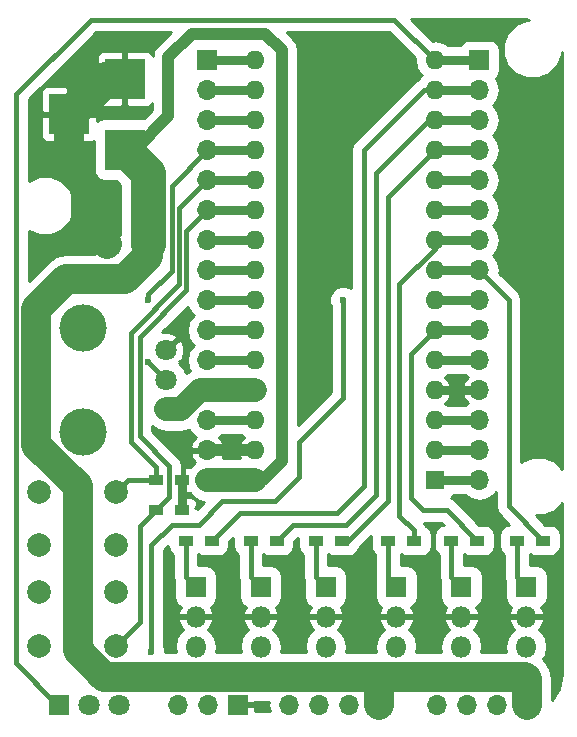
<source format=gtl>
G04 #@! TF.FileFunction,Copper,L1,Top,Signal*
%FSLAX46Y46*%
G04 Gerber Fmt 4.6, Leading zero omitted, Abs format (unit mm)*
G04 Created by KiCad (PCBNEW 4.0.7-e2-6376~58~ubuntu14.04.1) date Fri Nov 24 16:32:43 2017*
%MOMM*%
%LPD*%
G01*
G04 APERTURE LIST*
%ADD10C,0.100000*%
%ADD11R,1.600000X1.600000*%
%ADD12O,1.600000X1.600000*%
%ADD13C,1.600000*%
%ADD14R,1.700000X1.700000*%
%ADD15O,1.700000X1.700000*%
%ADD16R,3.500000X3.500000*%
%ADD17R,1.800000X1.800000*%
%ADD18O,1.800000X1.800000*%
%ADD19R,1.200000X0.900000*%
%ADD20C,1.800000*%
%ADD21C,4.000000*%
%ADD22C,2.000000*%
%ADD23C,0.600000*%
%ADD24C,0.750000*%
%ADD25C,0.400000*%
%ADD26C,0.250000*%
%ADD27C,2.500000*%
%ADD28C,1.000000*%
%ADD29C,3.000000*%
%ADD30C,2.000000*%
%ADD31C,0.254000*%
G04 APERTURE END LIST*
D10*
D11*
X158740000Y-92000000D03*
D12*
X143500000Y-58980000D03*
X158740000Y-89460000D03*
X143500000Y-61520000D03*
X158740000Y-86920000D03*
X143500000Y-64060000D03*
X158740000Y-84380000D03*
X143500000Y-66600000D03*
X158740000Y-81840000D03*
X143500000Y-69140000D03*
X158740000Y-79300000D03*
X143500000Y-71680000D03*
X158740000Y-76760000D03*
X143500000Y-74220000D03*
X158740000Y-74220000D03*
X143500000Y-76760000D03*
X158740000Y-71680000D03*
X143500000Y-79300000D03*
X158740000Y-69140000D03*
X143500000Y-81840000D03*
X158740000Y-66600000D03*
X143500000Y-84380000D03*
X158740000Y-64060000D03*
X143500000Y-86920000D03*
X158740000Y-61520000D03*
X143500000Y-89460000D03*
X158740000Y-58980000D03*
X143500000Y-92000000D03*
X158740000Y-56440000D03*
X143500000Y-56440000D03*
D11*
X134500000Y-72000000D03*
D13*
X131000000Y-72000000D03*
D14*
X139500000Y-56440000D03*
D15*
X139500000Y-58980000D03*
X139500000Y-61520000D03*
X139500000Y-64060000D03*
X139500000Y-66600000D03*
X139500000Y-69140000D03*
X139500000Y-71680000D03*
X139500000Y-74220000D03*
X139500000Y-76760000D03*
X139500000Y-79300000D03*
X139500000Y-81840000D03*
X139500000Y-84380000D03*
X139500000Y-86920000D03*
X139500000Y-89460000D03*
X139500000Y-92000000D03*
D14*
X162500000Y-56440000D03*
D15*
X162500000Y-58980000D03*
X162500000Y-61520000D03*
X162500000Y-64060000D03*
X162500000Y-66600000D03*
X162500000Y-69140000D03*
X162500000Y-71680000D03*
X162500000Y-74220000D03*
X162500000Y-76760000D03*
X162500000Y-79300000D03*
X162500000Y-81840000D03*
X162500000Y-84380000D03*
X162500000Y-86920000D03*
X162500000Y-89460000D03*
X162500000Y-92000000D03*
D14*
X154000000Y-111000000D03*
D15*
X151460000Y-111000000D03*
X148920000Y-111000000D03*
X146380000Y-111000000D03*
D14*
X166540000Y-111000000D03*
D15*
X164000000Y-111000000D03*
X161460000Y-111000000D03*
X158920000Y-111000000D03*
D16*
X132500000Y-64000000D03*
X132500000Y-58000000D03*
X127800000Y-61000000D03*
D17*
X144000000Y-101000000D03*
D18*
X144000000Y-103540000D03*
X144000000Y-106080000D03*
D17*
X149500000Y-101000000D03*
D18*
X149500000Y-103540000D03*
X149500000Y-106080000D03*
D17*
X138500000Y-101000000D03*
D18*
X138500000Y-103540000D03*
X138500000Y-106080000D03*
D17*
X161000000Y-101000000D03*
D18*
X161000000Y-103540000D03*
X161000000Y-106080000D03*
D17*
X166500000Y-101000000D03*
D18*
X166500000Y-103540000D03*
X166500000Y-106080000D03*
D17*
X155500000Y-101000000D03*
D18*
X155500000Y-103540000D03*
X155500000Y-106080000D03*
D19*
X137350000Y-92000000D03*
X135150000Y-92000000D03*
X135150000Y-94500000D03*
X137350000Y-94500000D03*
D20*
X136000000Y-86000000D03*
X136000000Y-83500000D03*
X136000000Y-81000000D03*
D21*
X129000000Y-87900000D03*
X129000000Y-79100000D03*
D22*
X131750000Y-93000000D03*
X131750000Y-97500000D03*
X125250000Y-93000000D03*
X125250000Y-97500000D03*
X125250000Y-106000000D03*
X125250000Y-101500000D03*
X131750000Y-106000000D03*
X131750000Y-101500000D03*
D17*
X126920000Y-111000000D03*
D20*
X129460000Y-111000000D03*
X132000000Y-111000000D03*
D14*
X142080000Y-111000000D03*
D15*
X139540000Y-111000000D03*
X137000000Y-111000000D03*
D19*
X143150000Y-97100000D03*
X145350000Y-97100000D03*
X148650000Y-97100000D03*
X150850000Y-97100000D03*
X137650000Y-97100000D03*
X139850000Y-97100000D03*
X160150000Y-97100000D03*
X162350000Y-97100000D03*
X165700000Y-97100000D03*
X167900000Y-97100000D03*
X154800000Y-97100000D03*
X157000000Y-97100000D03*
D23*
X134500000Y-82000000D03*
X134500000Y-76750000D03*
X136000000Y-101000000D03*
X136000000Y-105500000D03*
X132500000Y-60750000D03*
X124750000Y-64000000D03*
X128750000Y-57500000D03*
X132500000Y-55000000D03*
X124750000Y-61000000D03*
X151250000Y-67250000D03*
X167500000Y-63500000D03*
X167500000Y-73500000D03*
X167500000Y-83500000D03*
X163500000Y-102500000D03*
X158000000Y-102500000D03*
X152250000Y-102500000D03*
X146750000Y-102500000D03*
X141250000Y-102500000D03*
X137350000Y-93250000D03*
X134750000Y-106500000D03*
X151000000Y-76750000D03*
D24*
X162500000Y-92000000D02*
X158740000Y-92000000D01*
X143500000Y-58980000D02*
X139500000Y-58980000D01*
X158740000Y-89460000D02*
X162500000Y-89460000D01*
X143500000Y-61520000D02*
X139500000Y-61520000D01*
X162500000Y-86920000D02*
X158740000Y-86920000D01*
D25*
X134500000Y-76250000D02*
X134500000Y-76750000D01*
X139500000Y-64060000D02*
X136500000Y-67060000D01*
X136500000Y-67060000D02*
X136500000Y-74250000D01*
X136500000Y-74250000D02*
X134500000Y-76250000D01*
X134500000Y-82000000D02*
X136000000Y-83500000D01*
D24*
X143500000Y-64060000D02*
X139500000Y-64060000D01*
D25*
X136000000Y-105500000D02*
X136000000Y-101000000D01*
D26*
X127800000Y-61000000D02*
X132250000Y-61000000D01*
X132250000Y-61000000D02*
X132500000Y-60750000D01*
X124750000Y-61000000D02*
X124750000Y-64000000D01*
X132500000Y-58000000D02*
X129250000Y-58000000D01*
X129250000Y-58000000D02*
X128750000Y-57500000D01*
X127800000Y-61000000D02*
X124750000Y-61000000D01*
D27*
X127800000Y-61000000D02*
X127800000Y-65550000D01*
D26*
X167500000Y-83500000D02*
X167500000Y-73500000D01*
D27*
X127800000Y-65550000D02*
X129250000Y-67000000D01*
X129250000Y-67000000D02*
X129250000Y-70250000D01*
X129250000Y-70250000D02*
X130500000Y-71500000D01*
X130500000Y-71500000D02*
X131000000Y-72000000D01*
D24*
X158740000Y-84380000D02*
X162500000Y-84380000D01*
X137350000Y-93250000D02*
X137350000Y-94500000D01*
X137350000Y-92000000D02*
X137350000Y-93250000D01*
D28*
X143500000Y-89460000D02*
X139500000Y-89460000D01*
D29*
X132500000Y-58000000D02*
X130800000Y-58000000D01*
X130800000Y-58000000D02*
X127800000Y-61000000D01*
D25*
X135150000Y-92000000D02*
X132750000Y-92000000D01*
X132750000Y-92000000D02*
X131750000Y-93000000D01*
X139500000Y-66600000D02*
X137110010Y-68989990D01*
X137110010Y-68989990D02*
X137110010Y-75389990D01*
X137110010Y-75389990D02*
X133000000Y-79500000D01*
X133000000Y-79500000D02*
X133000000Y-88750000D01*
X133000000Y-88750000D02*
X135150000Y-90900000D01*
X135150000Y-90900000D02*
X135150000Y-92000000D01*
D24*
X143500000Y-66600000D02*
X139500000Y-66600000D01*
X162500000Y-81840000D02*
X158740000Y-81840000D01*
D25*
X135150000Y-94500000D02*
X133750000Y-95900000D01*
X133750000Y-95900000D02*
X133750000Y-104000000D01*
X133750000Y-104000000D02*
X131750000Y-106000000D01*
X136250000Y-90750000D02*
X136250000Y-93400000D01*
X133750000Y-88250000D02*
X136250000Y-90750000D01*
X136250000Y-93400000D02*
X135150000Y-94500000D01*
X137720021Y-75892664D02*
X133750000Y-79862684D01*
X139500000Y-69140000D02*
X137720021Y-70919979D01*
X137720021Y-70919979D02*
X137720021Y-75892664D01*
X133750000Y-79862684D02*
X133750000Y-88250000D01*
D24*
X143500000Y-69140000D02*
X139500000Y-69140000D01*
D25*
X158740000Y-79300000D02*
X156750000Y-81290000D01*
X156750000Y-81290000D02*
X156750000Y-93500000D01*
X156750000Y-93500000D02*
X157750000Y-94500000D01*
X157750000Y-94500000D02*
X159750000Y-94500000D01*
X159750000Y-94500000D02*
X162350000Y-97100000D01*
D24*
X158740000Y-79300000D02*
X162500000Y-79300000D01*
X143500000Y-71680000D02*
X139500000Y-71680000D01*
D25*
X151000000Y-76750000D02*
X151000000Y-85000000D01*
X151000000Y-85000000D02*
X147250000Y-88750000D01*
X147250000Y-88750000D02*
X147250000Y-91750000D01*
X147250000Y-91750000D02*
X145250000Y-93750000D01*
X145250000Y-93750000D02*
X140750000Y-93750000D01*
X138750000Y-95750000D02*
X136500000Y-95750000D01*
X140750000Y-93750000D02*
X138750000Y-95750000D01*
X136500000Y-95750000D02*
X134750000Y-97500000D01*
X134750000Y-97500000D02*
X134750000Y-106500000D01*
D24*
X162500000Y-76760000D02*
X158740000Y-76760000D01*
X143500000Y-74220000D02*
X139500000Y-74220000D01*
D25*
X167900000Y-97100000D02*
X165000000Y-94200000D01*
X165000000Y-94200000D02*
X165000000Y-76720000D01*
X165000000Y-76720000D02*
X162500000Y-74220000D01*
D24*
X158740000Y-74220000D02*
X162500000Y-74220000D01*
X139500000Y-76760000D02*
X143500000Y-76760000D01*
D25*
X158740000Y-71680000D02*
X158740000Y-72429198D01*
X158740000Y-72429198D02*
X155750000Y-75419198D01*
X155750000Y-75419198D02*
X155750000Y-95000000D01*
X155750000Y-95000000D02*
X157000000Y-96250000D01*
X157000000Y-96250000D02*
X157000000Y-97100000D01*
D24*
X162500000Y-71680000D02*
X158740000Y-71680000D01*
X143500000Y-79300000D02*
X139500000Y-79300000D01*
X158740000Y-69140000D02*
X162500000Y-69140000D01*
X139500000Y-81840000D02*
X143500000Y-81840000D01*
X162500000Y-66600000D02*
X158740000Y-66600000D01*
D30*
X139500000Y-84380000D02*
X138870000Y-84380000D01*
X138870000Y-84380000D02*
X137250000Y-86000000D01*
X137250000Y-86000000D02*
X136000000Y-86000000D01*
X143500000Y-84380000D02*
X139500000Y-84380000D01*
D25*
X145350000Y-97100000D02*
X145400000Y-97100000D01*
X158230000Y-61520000D02*
X158740000Y-61520000D01*
X145400000Y-97100000D02*
X146750000Y-95750000D01*
X146750000Y-95750000D02*
X151250000Y-95750000D01*
X151250000Y-95750000D02*
X153750000Y-93250000D01*
X153750000Y-93250000D02*
X153750000Y-66000000D01*
X153750000Y-66000000D02*
X158230000Y-61520000D01*
D24*
X158740000Y-61520000D02*
X162500000Y-61520000D01*
X139500000Y-86920000D02*
X143500000Y-86920000D01*
D25*
X158740000Y-64060000D02*
X154750000Y-68050000D01*
X154750000Y-68050000D02*
X154750000Y-93750000D01*
X154750000Y-93750000D02*
X151400000Y-97100000D01*
X151400000Y-97100000D02*
X150850000Y-97100000D01*
D24*
X158740000Y-64060000D02*
X162500000Y-64060000D01*
D25*
X139850000Y-97100000D02*
X139900000Y-97100000D01*
X139900000Y-97100000D02*
X142250000Y-94750000D01*
X142250000Y-94750000D02*
X150500000Y-94750000D01*
X150500000Y-94750000D02*
X152750000Y-92500000D01*
X152750000Y-92500000D02*
X152750000Y-64050000D01*
X152750000Y-64050000D02*
X157820000Y-58980000D01*
X157820000Y-58980000D02*
X158740000Y-58980000D01*
D24*
X162500000Y-58980000D02*
X158740000Y-58980000D01*
D28*
X132500000Y-64000000D02*
X133400000Y-64000000D01*
X133400000Y-64000000D02*
X136200000Y-61200000D01*
X136200000Y-61200000D02*
X136200000Y-56200000D01*
X136200000Y-56200000D02*
X138200000Y-54200000D01*
X138200000Y-54200000D02*
X144400000Y-54200000D01*
X144400000Y-54200000D02*
X145800000Y-55600000D01*
X145800000Y-55600000D02*
X145800000Y-90400000D01*
X145800000Y-90400000D02*
X144200000Y-92000000D01*
X144200000Y-92000000D02*
X143500000Y-92000000D01*
D27*
X128500000Y-92506002D02*
X128500000Y-95750000D01*
X128500000Y-95750000D02*
X128500000Y-106376002D01*
X153889999Y-108639999D02*
X166389999Y-108639999D01*
X166389999Y-108639999D02*
X166540000Y-108790000D01*
X166540000Y-108790000D02*
X166540000Y-111000000D01*
X128500000Y-106376002D02*
X130773997Y-108649999D01*
X130773997Y-108649999D02*
X130857199Y-108649999D01*
X130867199Y-108639999D02*
X153889999Y-108639999D01*
X130857199Y-108649999D02*
X130867199Y-108639999D01*
X153889999Y-108639999D02*
X154000000Y-108750000D01*
X154000000Y-108750000D02*
X154000000Y-111000000D01*
X128500000Y-92506002D02*
X125000000Y-89006002D01*
X125000000Y-89006002D02*
X125000000Y-77500000D01*
X125000000Y-77500000D02*
X127500000Y-75000000D01*
X127500000Y-75000000D02*
X132500000Y-75000000D01*
X132500000Y-75000000D02*
X134500000Y-73000000D01*
X134500000Y-73000000D02*
X134500000Y-72000000D01*
D30*
X143500000Y-92000000D02*
X139500000Y-92000000D01*
D29*
X132500000Y-64000000D02*
X134500000Y-66000000D01*
X134500000Y-66000000D02*
X134500000Y-72000000D01*
D25*
X126920000Y-111000000D02*
X126800000Y-111000000D01*
X126800000Y-111000000D02*
X123300000Y-107500000D01*
X123300000Y-107500000D02*
X123300000Y-59300000D01*
X123300000Y-59300000D02*
X129600000Y-53000000D01*
X129600000Y-53000000D02*
X155300000Y-53000000D01*
X155300000Y-53000000D02*
X158740000Y-56440000D01*
D24*
X158740000Y-56440000D02*
X162500000Y-56440000D01*
X143500000Y-56440000D02*
X139500000Y-56440000D01*
D25*
X143150000Y-97100000D02*
X143150000Y-100150000D01*
X143150000Y-100150000D02*
X144000000Y-101000000D01*
X148650000Y-97100000D02*
X148650000Y-100150000D01*
X148650000Y-100150000D02*
X149500000Y-101000000D01*
X137650000Y-97100000D02*
X137650000Y-100150000D01*
X137650000Y-100150000D02*
X138500000Y-101000000D01*
X160150000Y-97100000D02*
X160150000Y-100150000D01*
X160150000Y-100150000D02*
X161000000Y-101000000D01*
X165700000Y-97100000D02*
X165700000Y-100200000D01*
X165700000Y-100200000D02*
X166500000Y-101000000D01*
X154800000Y-97100000D02*
X154800000Y-100300000D01*
X154800000Y-100300000D02*
X155500000Y-101000000D01*
D31*
G36*
X144653000Y-110966166D02*
X144653000Y-111033834D01*
X144755274Y-111548000D01*
X143565000Y-111548000D01*
X143565000Y-111285750D01*
X143406250Y-111127000D01*
X142207000Y-111127000D01*
X142207000Y-111147000D01*
X141953000Y-111147000D01*
X141953000Y-111127000D01*
X141933000Y-111127000D01*
X141933000Y-110873000D01*
X141953000Y-110873000D01*
X141953000Y-110853000D01*
X142207000Y-110853000D01*
X142207000Y-110873000D01*
X143406250Y-110873000D01*
X143512251Y-110766999D01*
X144692617Y-110766999D01*
X144653000Y-110966166D01*
X144653000Y-110966166D01*
G37*
X144653000Y-110966166D02*
X144653000Y-111033834D01*
X144755274Y-111548000D01*
X143565000Y-111548000D01*
X143565000Y-111285750D01*
X143406250Y-111127000D01*
X142207000Y-111127000D01*
X142207000Y-111147000D01*
X141953000Y-111147000D01*
X141953000Y-111127000D01*
X141933000Y-111127000D01*
X141933000Y-110873000D01*
X141953000Y-110873000D01*
X141953000Y-110853000D01*
X142207000Y-110853000D01*
X142207000Y-110873000D01*
X143406250Y-110873000D01*
X143512251Y-110766999D01*
X144692617Y-110766999D01*
X144653000Y-110966166D01*
G36*
X129653748Y-110985858D02*
X129639605Y-111000000D01*
X129653748Y-111014143D01*
X129474143Y-111193748D01*
X129460000Y-111179605D01*
X129445858Y-111193748D01*
X129266253Y-111014143D01*
X129280395Y-111000000D01*
X129266253Y-110985858D01*
X129445858Y-110806253D01*
X129460000Y-110820395D01*
X129474143Y-110806253D01*
X129653748Y-110985858D01*
X129653748Y-110985858D01*
G37*
X129653748Y-110985858D02*
X129639605Y-111000000D01*
X129653748Y-111014143D01*
X129474143Y-111193748D01*
X129460000Y-111179605D01*
X129445858Y-111193748D01*
X129266253Y-111014143D01*
X129280395Y-111000000D01*
X129266253Y-110985858D01*
X129445858Y-110806253D01*
X129460000Y-110820395D01*
X129474143Y-110806253D01*
X129653748Y-110985858D01*
G36*
X163923000Y-94200000D02*
X164004982Y-94612150D01*
X164238446Y-94961554D01*
X165043367Y-95766475D01*
X164775003Y-95816971D01*
X164476514Y-96009044D01*
X164276268Y-96302114D01*
X164205819Y-96650000D01*
X164205819Y-97550000D01*
X164266971Y-97874997D01*
X164459044Y-98173486D01*
X164623000Y-98285512D01*
X164623000Y-100200000D01*
X164704982Y-100612150D01*
X164705819Y-100613403D01*
X164705819Y-101900000D01*
X164766971Y-102224997D01*
X164959044Y-102523486D01*
X165227352Y-102706813D01*
X165008954Y-103175258D01*
X165129003Y-103413000D01*
X166373000Y-103413000D01*
X166373000Y-103393000D01*
X166627000Y-103393000D01*
X166627000Y-103413000D01*
X167870997Y-103413000D01*
X167991046Y-103175258D01*
X167771053Y-102703393D01*
X168023486Y-102540956D01*
X168223732Y-102247886D01*
X168294181Y-101900000D01*
X168294181Y-100100000D01*
X168233029Y-99775003D01*
X168040956Y-99476514D01*
X167747886Y-99276268D01*
X167400000Y-99205819D01*
X166777000Y-99205819D01*
X166777000Y-98285217D01*
X166800468Y-98270116D01*
X166952114Y-98373732D01*
X167300000Y-98444181D01*
X168500000Y-98444181D01*
X168824997Y-98383029D01*
X169123486Y-98190956D01*
X169323732Y-97897886D01*
X169394181Y-97550000D01*
X169394181Y-96650000D01*
X169333029Y-96325003D01*
X169140956Y-96026514D01*
X168847886Y-95826268D01*
X168500000Y-95755819D01*
X168078927Y-95755819D01*
X167299934Y-94976826D01*
X167990544Y-94977429D01*
X168901275Y-94601123D01*
X169548000Y-93955526D01*
X169548000Y-108406234D01*
X169298753Y-109659283D01*
X168667000Y-110604768D01*
X168667000Y-108790000D01*
X168505092Y-107976032D01*
X168044016Y-107285984D01*
X167905870Y-107147838D01*
X168141734Y-106794841D01*
X168277000Y-106114813D01*
X168277000Y-106045187D01*
X168141734Y-105365159D01*
X167756529Y-104788658D01*
X167530551Y-104637665D01*
X167737966Y-104447576D01*
X167991046Y-103904742D01*
X167870997Y-103667000D01*
X166627000Y-103667000D01*
X166627000Y-103687000D01*
X166373000Y-103687000D01*
X166373000Y-103667000D01*
X165129003Y-103667000D01*
X165008954Y-103904742D01*
X165262034Y-104447576D01*
X165469449Y-104637665D01*
X165243471Y-104788658D01*
X164858266Y-105365159D01*
X164723000Y-106045187D01*
X164723000Y-106114813D01*
X164802204Y-106512999D01*
X162697796Y-106512999D01*
X162777000Y-106114813D01*
X162777000Y-106045187D01*
X162641734Y-105365159D01*
X162256529Y-104788658D01*
X162030551Y-104637665D01*
X162237966Y-104447576D01*
X162491046Y-103904742D01*
X162370997Y-103667000D01*
X161127000Y-103667000D01*
X161127000Y-103687000D01*
X160873000Y-103687000D01*
X160873000Y-103667000D01*
X159629003Y-103667000D01*
X159508954Y-103904742D01*
X159762034Y-104447576D01*
X159969449Y-104637665D01*
X159743471Y-104788658D01*
X159358266Y-105365159D01*
X159223000Y-106045187D01*
X159223000Y-106114813D01*
X159302204Y-106512999D01*
X157197796Y-106512999D01*
X157277000Y-106114813D01*
X157277000Y-106045187D01*
X157141734Y-105365159D01*
X156756529Y-104788658D01*
X156530551Y-104637665D01*
X156737966Y-104447576D01*
X156991046Y-103904742D01*
X156870997Y-103667000D01*
X155627000Y-103667000D01*
X155627000Y-103687000D01*
X155373000Y-103687000D01*
X155373000Y-103667000D01*
X154129003Y-103667000D01*
X154008954Y-103904742D01*
X154262034Y-104447576D01*
X154469449Y-104637665D01*
X154243471Y-104788658D01*
X153858266Y-105365159D01*
X153723000Y-106045187D01*
X153723000Y-106114813D01*
X153802204Y-106512999D01*
X151197796Y-106512999D01*
X151277000Y-106114813D01*
X151277000Y-106045187D01*
X151141734Y-105365159D01*
X150756529Y-104788658D01*
X150530551Y-104637665D01*
X150737966Y-104447576D01*
X150991046Y-103904742D01*
X150870997Y-103667000D01*
X149627000Y-103667000D01*
X149627000Y-103687000D01*
X149373000Y-103687000D01*
X149373000Y-103667000D01*
X148129003Y-103667000D01*
X148008954Y-103904742D01*
X148262034Y-104447576D01*
X148469449Y-104637665D01*
X148243471Y-104788658D01*
X147858266Y-105365159D01*
X147723000Y-106045187D01*
X147723000Y-106114813D01*
X147802204Y-106512999D01*
X145697796Y-106512999D01*
X145777000Y-106114813D01*
X145777000Y-106045187D01*
X145641734Y-105365159D01*
X145256529Y-104788658D01*
X145030551Y-104637665D01*
X145237966Y-104447576D01*
X145491046Y-103904742D01*
X145370997Y-103667000D01*
X144127000Y-103667000D01*
X144127000Y-103687000D01*
X143873000Y-103687000D01*
X143873000Y-103667000D01*
X142629003Y-103667000D01*
X142508954Y-103904742D01*
X142762034Y-104447576D01*
X142969449Y-104637665D01*
X142743471Y-104788658D01*
X142358266Y-105365159D01*
X142223000Y-106045187D01*
X142223000Y-106114813D01*
X142302204Y-106512999D01*
X140197796Y-106512999D01*
X140277000Y-106114813D01*
X140277000Y-106045187D01*
X140141734Y-105365159D01*
X139756529Y-104788658D01*
X139530551Y-104637665D01*
X139737966Y-104447576D01*
X139991046Y-103904742D01*
X139870997Y-103667000D01*
X138627000Y-103667000D01*
X138627000Y-103687000D01*
X138373000Y-103687000D01*
X138373000Y-103667000D01*
X137129003Y-103667000D01*
X137008954Y-103904742D01*
X137262034Y-104447576D01*
X137469449Y-104637665D01*
X137243471Y-104788658D01*
X136858266Y-105365159D01*
X136723000Y-106045187D01*
X136723000Y-106114813D01*
X136802204Y-106512999D01*
X135926989Y-106512999D01*
X135927204Y-106266907D01*
X135827000Y-106024395D01*
X135827000Y-97946108D01*
X136166475Y-97606633D01*
X136216971Y-97874997D01*
X136409044Y-98173486D01*
X136573000Y-98285512D01*
X136573000Y-100150000D01*
X136654982Y-100562150D01*
X136705819Y-100638233D01*
X136705819Y-101900000D01*
X136766971Y-102224997D01*
X136959044Y-102523486D01*
X137227352Y-102706813D01*
X137008954Y-103175258D01*
X137129003Y-103413000D01*
X138373000Y-103413000D01*
X138373000Y-103393000D01*
X138627000Y-103393000D01*
X138627000Y-103413000D01*
X139870997Y-103413000D01*
X139991046Y-103175258D01*
X139771053Y-102703393D01*
X140023486Y-102540956D01*
X140223732Y-102247886D01*
X140294181Y-101900000D01*
X140294181Y-100100000D01*
X140233029Y-99775003D01*
X140040956Y-99476514D01*
X139747886Y-99276268D01*
X139400000Y-99205819D01*
X138727000Y-99205819D01*
X138727000Y-98285217D01*
X138750468Y-98270116D01*
X138902114Y-98373732D01*
X139250000Y-98444181D01*
X140450000Y-98444181D01*
X140774997Y-98383029D01*
X141073486Y-98190956D01*
X141273732Y-97897886D01*
X141344181Y-97550000D01*
X141344181Y-97178927D01*
X141655819Y-96867289D01*
X141655819Y-97550000D01*
X141716971Y-97874997D01*
X141909044Y-98173486D01*
X142073000Y-98285512D01*
X142073000Y-100150000D01*
X142154982Y-100562150D01*
X142205819Y-100638233D01*
X142205819Y-101900000D01*
X142266971Y-102224997D01*
X142459044Y-102523486D01*
X142727352Y-102706813D01*
X142508954Y-103175258D01*
X142629003Y-103413000D01*
X143873000Y-103413000D01*
X143873000Y-103393000D01*
X144127000Y-103393000D01*
X144127000Y-103413000D01*
X145370997Y-103413000D01*
X145491046Y-103175258D01*
X145271053Y-102703393D01*
X145523486Y-102540956D01*
X145723732Y-102247886D01*
X145794181Y-101900000D01*
X145794181Y-100100000D01*
X145733029Y-99775003D01*
X145540956Y-99476514D01*
X145247886Y-99276268D01*
X144900000Y-99205819D01*
X144227000Y-99205819D01*
X144227000Y-98285217D01*
X144250468Y-98270116D01*
X144402114Y-98373732D01*
X144750000Y-98444181D01*
X145950000Y-98444181D01*
X146274997Y-98383029D01*
X146573486Y-98190956D01*
X146773732Y-97897886D01*
X146844181Y-97550000D01*
X146844181Y-97178927D01*
X147155819Y-96867289D01*
X147155819Y-97550000D01*
X147216971Y-97874997D01*
X147409044Y-98173486D01*
X147573000Y-98285512D01*
X147573000Y-100150000D01*
X147654982Y-100562150D01*
X147705819Y-100638233D01*
X147705819Y-101900000D01*
X147766971Y-102224997D01*
X147959044Y-102523486D01*
X148227352Y-102706813D01*
X148008954Y-103175258D01*
X148129003Y-103413000D01*
X149373000Y-103413000D01*
X149373000Y-103393000D01*
X149627000Y-103393000D01*
X149627000Y-103413000D01*
X150870997Y-103413000D01*
X150991046Y-103175258D01*
X150771053Y-102703393D01*
X151023486Y-102540956D01*
X151223732Y-102247886D01*
X151294181Y-101900000D01*
X151294181Y-100100000D01*
X151233029Y-99775003D01*
X151040956Y-99476514D01*
X150747886Y-99276268D01*
X150400000Y-99205819D01*
X149727000Y-99205819D01*
X149727000Y-98285217D01*
X149750468Y-98270116D01*
X149902114Y-98373732D01*
X150250000Y-98444181D01*
X151450000Y-98444181D01*
X151774997Y-98383029D01*
X152073486Y-98190956D01*
X152273732Y-97897886D01*
X152311443Y-97711665D01*
X153305819Y-96717289D01*
X153305819Y-97550000D01*
X153366971Y-97874997D01*
X153559044Y-98173486D01*
X153723000Y-98285512D01*
X153723000Y-100015158D01*
X153705819Y-100100000D01*
X153705819Y-101900000D01*
X153766971Y-102224997D01*
X153959044Y-102523486D01*
X154227352Y-102706813D01*
X154008954Y-103175258D01*
X154129003Y-103413000D01*
X155373000Y-103413000D01*
X155373000Y-103393000D01*
X155627000Y-103393000D01*
X155627000Y-103413000D01*
X156870997Y-103413000D01*
X156991046Y-103175258D01*
X156771053Y-102703393D01*
X157023486Y-102540956D01*
X157223732Y-102247886D01*
X157294181Y-101900000D01*
X157294181Y-100100000D01*
X157233029Y-99775003D01*
X157040956Y-99476514D01*
X156747886Y-99276268D01*
X156400000Y-99205819D01*
X155877000Y-99205819D01*
X155877000Y-98285217D01*
X155900468Y-98270116D01*
X156052114Y-98373732D01*
X156400000Y-98444181D01*
X157600000Y-98444181D01*
X157924997Y-98383029D01*
X158223486Y-98190956D01*
X158423732Y-97897886D01*
X158494181Y-97550000D01*
X158494181Y-96650000D01*
X158433029Y-96325003D01*
X158240956Y-96026514D01*
X157999765Y-95861715D01*
X157995018Y-95837850D01*
X157820724Y-95577000D01*
X159303892Y-95577000D01*
X159493367Y-95766475D01*
X159225003Y-95816971D01*
X158926514Y-96009044D01*
X158726268Y-96302114D01*
X158655819Y-96650000D01*
X158655819Y-97550000D01*
X158716971Y-97874997D01*
X158909044Y-98173486D01*
X159073000Y-98285512D01*
X159073000Y-100150000D01*
X159154982Y-100562150D01*
X159205819Y-100638233D01*
X159205819Y-101900000D01*
X159266971Y-102224997D01*
X159459044Y-102523486D01*
X159727352Y-102706813D01*
X159508954Y-103175258D01*
X159629003Y-103413000D01*
X160873000Y-103413000D01*
X160873000Y-103393000D01*
X161127000Y-103393000D01*
X161127000Y-103413000D01*
X162370997Y-103413000D01*
X162491046Y-103175258D01*
X162271053Y-102703393D01*
X162523486Y-102540956D01*
X162723732Y-102247886D01*
X162794181Y-101900000D01*
X162794181Y-100100000D01*
X162733029Y-99775003D01*
X162540956Y-99476514D01*
X162247886Y-99276268D01*
X161900000Y-99205819D01*
X161227000Y-99205819D01*
X161227000Y-98285217D01*
X161250468Y-98270116D01*
X161402114Y-98373732D01*
X161750000Y-98444181D01*
X162950000Y-98444181D01*
X163274997Y-98383029D01*
X163573486Y-98190956D01*
X163773732Y-97897886D01*
X163844181Y-97550000D01*
X163844181Y-96650000D01*
X163783029Y-96325003D01*
X163590956Y-96026514D01*
X163297886Y-95826268D01*
X162950000Y-95755819D01*
X162528927Y-95755819D01*
X160511554Y-93738446D01*
X160162150Y-93504982D01*
X160087166Y-93490067D01*
X160163486Y-93440956D01*
X160292594Y-93252000D01*
X161291129Y-93252000D01*
X161805272Y-93595540D01*
X162466166Y-93727000D01*
X162533834Y-93727000D01*
X163194728Y-93595540D01*
X163755007Y-93221173D01*
X163923000Y-92969754D01*
X163923000Y-94200000D01*
X163923000Y-94200000D01*
G37*
X163923000Y-94200000D02*
X164004982Y-94612150D01*
X164238446Y-94961554D01*
X165043367Y-95766475D01*
X164775003Y-95816971D01*
X164476514Y-96009044D01*
X164276268Y-96302114D01*
X164205819Y-96650000D01*
X164205819Y-97550000D01*
X164266971Y-97874997D01*
X164459044Y-98173486D01*
X164623000Y-98285512D01*
X164623000Y-100200000D01*
X164704982Y-100612150D01*
X164705819Y-100613403D01*
X164705819Y-101900000D01*
X164766971Y-102224997D01*
X164959044Y-102523486D01*
X165227352Y-102706813D01*
X165008954Y-103175258D01*
X165129003Y-103413000D01*
X166373000Y-103413000D01*
X166373000Y-103393000D01*
X166627000Y-103393000D01*
X166627000Y-103413000D01*
X167870997Y-103413000D01*
X167991046Y-103175258D01*
X167771053Y-102703393D01*
X168023486Y-102540956D01*
X168223732Y-102247886D01*
X168294181Y-101900000D01*
X168294181Y-100100000D01*
X168233029Y-99775003D01*
X168040956Y-99476514D01*
X167747886Y-99276268D01*
X167400000Y-99205819D01*
X166777000Y-99205819D01*
X166777000Y-98285217D01*
X166800468Y-98270116D01*
X166952114Y-98373732D01*
X167300000Y-98444181D01*
X168500000Y-98444181D01*
X168824997Y-98383029D01*
X169123486Y-98190956D01*
X169323732Y-97897886D01*
X169394181Y-97550000D01*
X169394181Y-96650000D01*
X169333029Y-96325003D01*
X169140956Y-96026514D01*
X168847886Y-95826268D01*
X168500000Y-95755819D01*
X168078927Y-95755819D01*
X167299934Y-94976826D01*
X167990544Y-94977429D01*
X168901275Y-94601123D01*
X169548000Y-93955526D01*
X169548000Y-108406234D01*
X169298753Y-109659283D01*
X168667000Y-110604768D01*
X168667000Y-108790000D01*
X168505092Y-107976032D01*
X168044016Y-107285984D01*
X167905870Y-107147838D01*
X168141734Y-106794841D01*
X168277000Y-106114813D01*
X168277000Y-106045187D01*
X168141734Y-105365159D01*
X167756529Y-104788658D01*
X167530551Y-104637665D01*
X167737966Y-104447576D01*
X167991046Y-103904742D01*
X167870997Y-103667000D01*
X166627000Y-103667000D01*
X166627000Y-103687000D01*
X166373000Y-103687000D01*
X166373000Y-103667000D01*
X165129003Y-103667000D01*
X165008954Y-103904742D01*
X165262034Y-104447576D01*
X165469449Y-104637665D01*
X165243471Y-104788658D01*
X164858266Y-105365159D01*
X164723000Y-106045187D01*
X164723000Y-106114813D01*
X164802204Y-106512999D01*
X162697796Y-106512999D01*
X162777000Y-106114813D01*
X162777000Y-106045187D01*
X162641734Y-105365159D01*
X162256529Y-104788658D01*
X162030551Y-104637665D01*
X162237966Y-104447576D01*
X162491046Y-103904742D01*
X162370997Y-103667000D01*
X161127000Y-103667000D01*
X161127000Y-103687000D01*
X160873000Y-103687000D01*
X160873000Y-103667000D01*
X159629003Y-103667000D01*
X159508954Y-103904742D01*
X159762034Y-104447576D01*
X159969449Y-104637665D01*
X159743471Y-104788658D01*
X159358266Y-105365159D01*
X159223000Y-106045187D01*
X159223000Y-106114813D01*
X159302204Y-106512999D01*
X157197796Y-106512999D01*
X157277000Y-106114813D01*
X157277000Y-106045187D01*
X157141734Y-105365159D01*
X156756529Y-104788658D01*
X156530551Y-104637665D01*
X156737966Y-104447576D01*
X156991046Y-103904742D01*
X156870997Y-103667000D01*
X155627000Y-103667000D01*
X155627000Y-103687000D01*
X155373000Y-103687000D01*
X155373000Y-103667000D01*
X154129003Y-103667000D01*
X154008954Y-103904742D01*
X154262034Y-104447576D01*
X154469449Y-104637665D01*
X154243471Y-104788658D01*
X153858266Y-105365159D01*
X153723000Y-106045187D01*
X153723000Y-106114813D01*
X153802204Y-106512999D01*
X151197796Y-106512999D01*
X151277000Y-106114813D01*
X151277000Y-106045187D01*
X151141734Y-105365159D01*
X150756529Y-104788658D01*
X150530551Y-104637665D01*
X150737966Y-104447576D01*
X150991046Y-103904742D01*
X150870997Y-103667000D01*
X149627000Y-103667000D01*
X149627000Y-103687000D01*
X149373000Y-103687000D01*
X149373000Y-103667000D01*
X148129003Y-103667000D01*
X148008954Y-103904742D01*
X148262034Y-104447576D01*
X148469449Y-104637665D01*
X148243471Y-104788658D01*
X147858266Y-105365159D01*
X147723000Y-106045187D01*
X147723000Y-106114813D01*
X147802204Y-106512999D01*
X145697796Y-106512999D01*
X145777000Y-106114813D01*
X145777000Y-106045187D01*
X145641734Y-105365159D01*
X145256529Y-104788658D01*
X145030551Y-104637665D01*
X145237966Y-104447576D01*
X145491046Y-103904742D01*
X145370997Y-103667000D01*
X144127000Y-103667000D01*
X144127000Y-103687000D01*
X143873000Y-103687000D01*
X143873000Y-103667000D01*
X142629003Y-103667000D01*
X142508954Y-103904742D01*
X142762034Y-104447576D01*
X142969449Y-104637665D01*
X142743471Y-104788658D01*
X142358266Y-105365159D01*
X142223000Y-106045187D01*
X142223000Y-106114813D01*
X142302204Y-106512999D01*
X140197796Y-106512999D01*
X140277000Y-106114813D01*
X140277000Y-106045187D01*
X140141734Y-105365159D01*
X139756529Y-104788658D01*
X139530551Y-104637665D01*
X139737966Y-104447576D01*
X139991046Y-103904742D01*
X139870997Y-103667000D01*
X138627000Y-103667000D01*
X138627000Y-103687000D01*
X138373000Y-103687000D01*
X138373000Y-103667000D01*
X137129003Y-103667000D01*
X137008954Y-103904742D01*
X137262034Y-104447576D01*
X137469449Y-104637665D01*
X137243471Y-104788658D01*
X136858266Y-105365159D01*
X136723000Y-106045187D01*
X136723000Y-106114813D01*
X136802204Y-106512999D01*
X135926989Y-106512999D01*
X135927204Y-106266907D01*
X135827000Y-106024395D01*
X135827000Y-97946108D01*
X136166475Y-97606633D01*
X136216971Y-97874997D01*
X136409044Y-98173486D01*
X136573000Y-98285512D01*
X136573000Y-100150000D01*
X136654982Y-100562150D01*
X136705819Y-100638233D01*
X136705819Y-101900000D01*
X136766971Y-102224997D01*
X136959044Y-102523486D01*
X137227352Y-102706813D01*
X137008954Y-103175258D01*
X137129003Y-103413000D01*
X138373000Y-103413000D01*
X138373000Y-103393000D01*
X138627000Y-103393000D01*
X138627000Y-103413000D01*
X139870997Y-103413000D01*
X139991046Y-103175258D01*
X139771053Y-102703393D01*
X140023486Y-102540956D01*
X140223732Y-102247886D01*
X140294181Y-101900000D01*
X140294181Y-100100000D01*
X140233029Y-99775003D01*
X140040956Y-99476514D01*
X139747886Y-99276268D01*
X139400000Y-99205819D01*
X138727000Y-99205819D01*
X138727000Y-98285217D01*
X138750468Y-98270116D01*
X138902114Y-98373732D01*
X139250000Y-98444181D01*
X140450000Y-98444181D01*
X140774997Y-98383029D01*
X141073486Y-98190956D01*
X141273732Y-97897886D01*
X141344181Y-97550000D01*
X141344181Y-97178927D01*
X141655819Y-96867289D01*
X141655819Y-97550000D01*
X141716971Y-97874997D01*
X141909044Y-98173486D01*
X142073000Y-98285512D01*
X142073000Y-100150000D01*
X142154982Y-100562150D01*
X142205819Y-100638233D01*
X142205819Y-101900000D01*
X142266971Y-102224997D01*
X142459044Y-102523486D01*
X142727352Y-102706813D01*
X142508954Y-103175258D01*
X142629003Y-103413000D01*
X143873000Y-103413000D01*
X143873000Y-103393000D01*
X144127000Y-103393000D01*
X144127000Y-103413000D01*
X145370997Y-103413000D01*
X145491046Y-103175258D01*
X145271053Y-102703393D01*
X145523486Y-102540956D01*
X145723732Y-102247886D01*
X145794181Y-101900000D01*
X145794181Y-100100000D01*
X145733029Y-99775003D01*
X145540956Y-99476514D01*
X145247886Y-99276268D01*
X144900000Y-99205819D01*
X144227000Y-99205819D01*
X144227000Y-98285217D01*
X144250468Y-98270116D01*
X144402114Y-98373732D01*
X144750000Y-98444181D01*
X145950000Y-98444181D01*
X146274997Y-98383029D01*
X146573486Y-98190956D01*
X146773732Y-97897886D01*
X146844181Y-97550000D01*
X146844181Y-97178927D01*
X147155819Y-96867289D01*
X147155819Y-97550000D01*
X147216971Y-97874997D01*
X147409044Y-98173486D01*
X147573000Y-98285512D01*
X147573000Y-100150000D01*
X147654982Y-100562150D01*
X147705819Y-100638233D01*
X147705819Y-101900000D01*
X147766971Y-102224997D01*
X147959044Y-102523486D01*
X148227352Y-102706813D01*
X148008954Y-103175258D01*
X148129003Y-103413000D01*
X149373000Y-103413000D01*
X149373000Y-103393000D01*
X149627000Y-103393000D01*
X149627000Y-103413000D01*
X150870997Y-103413000D01*
X150991046Y-103175258D01*
X150771053Y-102703393D01*
X151023486Y-102540956D01*
X151223732Y-102247886D01*
X151294181Y-101900000D01*
X151294181Y-100100000D01*
X151233029Y-99775003D01*
X151040956Y-99476514D01*
X150747886Y-99276268D01*
X150400000Y-99205819D01*
X149727000Y-99205819D01*
X149727000Y-98285217D01*
X149750468Y-98270116D01*
X149902114Y-98373732D01*
X150250000Y-98444181D01*
X151450000Y-98444181D01*
X151774997Y-98383029D01*
X152073486Y-98190956D01*
X152273732Y-97897886D01*
X152311443Y-97711665D01*
X153305819Y-96717289D01*
X153305819Y-97550000D01*
X153366971Y-97874997D01*
X153559044Y-98173486D01*
X153723000Y-98285512D01*
X153723000Y-100015158D01*
X153705819Y-100100000D01*
X153705819Y-101900000D01*
X153766971Y-102224997D01*
X153959044Y-102523486D01*
X154227352Y-102706813D01*
X154008954Y-103175258D01*
X154129003Y-103413000D01*
X155373000Y-103413000D01*
X155373000Y-103393000D01*
X155627000Y-103393000D01*
X155627000Y-103413000D01*
X156870997Y-103413000D01*
X156991046Y-103175258D01*
X156771053Y-102703393D01*
X157023486Y-102540956D01*
X157223732Y-102247886D01*
X157294181Y-101900000D01*
X157294181Y-100100000D01*
X157233029Y-99775003D01*
X157040956Y-99476514D01*
X156747886Y-99276268D01*
X156400000Y-99205819D01*
X155877000Y-99205819D01*
X155877000Y-98285217D01*
X155900468Y-98270116D01*
X156052114Y-98373732D01*
X156400000Y-98444181D01*
X157600000Y-98444181D01*
X157924997Y-98383029D01*
X158223486Y-98190956D01*
X158423732Y-97897886D01*
X158494181Y-97550000D01*
X158494181Y-96650000D01*
X158433029Y-96325003D01*
X158240956Y-96026514D01*
X157999765Y-95861715D01*
X157995018Y-95837850D01*
X157820724Y-95577000D01*
X159303892Y-95577000D01*
X159493367Y-95766475D01*
X159225003Y-95816971D01*
X158926514Y-96009044D01*
X158726268Y-96302114D01*
X158655819Y-96650000D01*
X158655819Y-97550000D01*
X158716971Y-97874997D01*
X158909044Y-98173486D01*
X159073000Y-98285512D01*
X159073000Y-100150000D01*
X159154982Y-100562150D01*
X159205819Y-100638233D01*
X159205819Y-101900000D01*
X159266971Y-102224997D01*
X159459044Y-102523486D01*
X159727352Y-102706813D01*
X159508954Y-103175258D01*
X159629003Y-103413000D01*
X160873000Y-103413000D01*
X160873000Y-103393000D01*
X161127000Y-103393000D01*
X161127000Y-103413000D01*
X162370997Y-103413000D01*
X162491046Y-103175258D01*
X162271053Y-102703393D01*
X162523486Y-102540956D01*
X162723732Y-102247886D01*
X162794181Y-101900000D01*
X162794181Y-100100000D01*
X162733029Y-99775003D01*
X162540956Y-99476514D01*
X162247886Y-99276268D01*
X161900000Y-99205819D01*
X161227000Y-99205819D01*
X161227000Y-98285217D01*
X161250468Y-98270116D01*
X161402114Y-98373732D01*
X161750000Y-98444181D01*
X162950000Y-98444181D01*
X163274997Y-98383029D01*
X163573486Y-98190956D01*
X163773732Y-97897886D01*
X163844181Y-97550000D01*
X163844181Y-96650000D01*
X163783029Y-96325003D01*
X163590956Y-96026514D01*
X163297886Y-95826268D01*
X162950000Y-95755819D01*
X162528927Y-95755819D01*
X160511554Y-93738446D01*
X160162150Y-93504982D01*
X160087166Y-93490067D01*
X160163486Y-93440956D01*
X160292594Y-93252000D01*
X161291129Y-93252000D01*
X161805272Y-93595540D01*
X162466166Y-93727000D01*
X162533834Y-93727000D01*
X163194728Y-93595540D01*
X163755007Y-93221173D01*
X163923000Y-92969754D01*
X163923000Y-94200000D01*
G36*
X135281703Y-87734122D02*
X136000000Y-87877000D01*
X137250000Y-87877000D01*
X137968297Y-87734122D01*
X137971555Y-87731945D01*
X138244993Y-88141173D01*
X138547261Y-88343143D01*
X138228355Y-88693076D01*
X138058524Y-89103110D01*
X138179845Y-89333000D01*
X139373000Y-89333000D01*
X139373000Y-89313000D01*
X139627000Y-89313000D01*
X139627000Y-89333000D01*
X140820155Y-89333000D01*
X140941476Y-89103110D01*
X140771645Y-88693076D01*
X140452739Y-88343143D01*
X140708871Y-88172000D01*
X142380376Y-88172000D01*
X142621664Y-88333223D01*
X142268959Y-88722577D01*
X142108096Y-89110961D01*
X142230085Y-89333000D01*
X143373000Y-89333000D01*
X143373000Y-89313000D01*
X143627000Y-89313000D01*
X143627000Y-89333000D01*
X143647000Y-89333000D01*
X143647000Y-89587000D01*
X143627000Y-89587000D01*
X143627000Y-89607000D01*
X143373000Y-89607000D01*
X143373000Y-89587000D01*
X142230085Y-89587000D01*
X142108096Y-89809039D01*
X142238134Y-90123000D01*
X140814689Y-90123000D01*
X140941476Y-89816890D01*
X140820155Y-89587000D01*
X139627000Y-89587000D01*
X139627000Y-89607000D01*
X139373000Y-89607000D01*
X139373000Y-89587000D01*
X138179845Y-89587000D01*
X138058524Y-89816890D01*
X138228355Y-90226924D01*
X138459846Y-90480937D01*
X138172761Y-90672761D01*
X138010902Y-90915000D01*
X137635750Y-90915000D01*
X137477000Y-91073750D01*
X137477000Y-91873000D01*
X137497000Y-91873000D01*
X137497000Y-92127000D01*
X137477000Y-92127000D01*
X137477000Y-92926250D01*
X137635750Y-93085000D01*
X138010902Y-93085000D01*
X138172761Y-93327239D01*
X138781703Y-93734122D01*
X139166274Y-93810618D01*
X138585000Y-94391892D01*
X138585000Y-94372998D01*
X138426252Y-94372998D01*
X138585000Y-94214250D01*
X138585000Y-93923690D01*
X138488327Y-93690301D01*
X138309698Y-93511673D01*
X138076309Y-93415000D01*
X137635750Y-93415000D01*
X137477000Y-93573750D01*
X137477000Y-94373000D01*
X137497000Y-94373000D01*
X137497000Y-94627000D01*
X137477000Y-94627000D01*
X137477000Y-94647000D01*
X137223000Y-94647000D01*
X137223000Y-94627000D01*
X137203000Y-94627000D01*
X137203000Y-94373000D01*
X137223000Y-94373000D01*
X137223000Y-93845102D01*
X137245018Y-93812150D01*
X137327000Y-93400000D01*
X137327000Y-90750000D01*
X137245018Y-90337850D01*
X137011554Y-89988446D01*
X134827000Y-87803892D01*
X134827000Y-87430298D01*
X135281703Y-87734122D01*
X135281703Y-87734122D01*
G37*
X135281703Y-87734122D02*
X136000000Y-87877000D01*
X137250000Y-87877000D01*
X137968297Y-87734122D01*
X137971555Y-87731945D01*
X138244993Y-88141173D01*
X138547261Y-88343143D01*
X138228355Y-88693076D01*
X138058524Y-89103110D01*
X138179845Y-89333000D01*
X139373000Y-89333000D01*
X139373000Y-89313000D01*
X139627000Y-89313000D01*
X139627000Y-89333000D01*
X140820155Y-89333000D01*
X140941476Y-89103110D01*
X140771645Y-88693076D01*
X140452739Y-88343143D01*
X140708871Y-88172000D01*
X142380376Y-88172000D01*
X142621664Y-88333223D01*
X142268959Y-88722577D01*
X142108096Y-89110961D01*
X142230085Y-89333000D01*
X143373000Y-89333000D01*
X143373000Y-89313000D01*
X143627000Y-89313000D01*
X143627000Y-89333000D01*
X143647000Y-89333000D01*
X143647000Y-89587000D01*
X143627000Y-89587000D01*
X143627000Y-89607000D01*
X143373000Y-89607000D01*
X143373000Y-89587000D01*
X142230085Y-89587000D01*
X142108096Y-89809039D01*
X142238134Y-90123000D01*
X140814689Y-90123000D01*
X140941476Y-89816890D01*
X140820155Y-89587000D01*
X139627000Y-89587000D01*
X139627000Y-89607000D01*
X139373000Y-89607000D01*
X139373000Y-89587000D01*
X138179845Y-89587000D01*
X138058524Y-89816890D01*
X138228355Y-90226924D01*
X138459846Y-90480937D01*
X138172761Y-90672761D01*
X138010902Y-90915000D01*
X137635750Y-90915000D01*
X137477000Y-91073750D01*
X137477000Y-91873000D01*
X137497000Y-91873000D01*
X137497000Y-92127000D01*
X137477000Y-92127000D01*
X137477000Y-92926250D01*
X137635750Y-93085000D01*
X138010902Y-93085000D01*
X138172761Y-93327239D01*
X138781703Y-93734122D01*
X139166274Y-93810618D01*
X138585000Y-94391892D01*
X138585000Y-94372998D01*
X138426252Y-94372998D01*
X138585000Y-94214250D01*
X138585000Y-93923690D01*
X138488327Y-93690301D01*
X138309698Y-93511673D01*
X138076309Y-93415000D01*
X137635750Y-93415000D01*
X137477000Y-93573750D01*
X137477000Y-94373000D01*
X137497000Y-94373000D01*
X137497000Y-94627000D01*
X137477000Y-94627000D01*
X137477000Y-94647000D01*
X137223000Y-94647000D01*
X137223000Y-94627000D01*
X137203000Y-94627000D01*
X137203000Y-94373000D01*
X137223000Y-94373000D01*
X137223000Y-93845102D01*
X137245018Y-93812150D01*
X137327000Y-93400000D01*
X137327000Y-90750000D01*
X137245018Y-90337850D01*
X137011554Y-89988446D01*
X134827000Y-87803892D01*
X134827000Y-87430298D01*
X135281703Y-87734122D01*
G36*
X166762127Y-53022792D02*
X166509456Y-53022571D01*
X165598725Y-53398877D01*
X164901326Y-54095060D01*
X164523431Y-55005133D01*
X164522571Y-55990544D01*
X164898877Y-56901275D01*
X165595060Y-57598674D01*
X166505133Y-57976569D01*
X167490544Y-57977429D01*
X168401275Y-57601123D01*
X169098674Y-56904940D01*
X169476569Y-55994867D01*
X169476795Y-55735795D01*
X169548000Y-56093766D01*
X169548000Y-91045509D01*
X168904940Y-90401326D01*
X167994867Y-90023431D01*
X167009456Y-90022571D01*
X166098725Y-90398877D01*
X166077000Y-90420564D01*
X166077000Y-76720000D01*
X165995018Y-76307850D01*
X165761554Y-75958446D01*
X164221393Y-74418285D01*
X164260834Y-74220000D01*
X164129374Y-73559106D01*
X163755007Y-72998827D01*
X163681932Y-72950000D01*
X163755007Y-72901173D01*
X164129374Y-72340894D01*
X164260834Y-71680000D01*
X164129374Y-71019106D01*
X163755007Y-70458827D01*
X163681932Y-70410000D01*
X163755007Y-70361173D01*
X164129374Y-69800894D01*
X164260834Y-69140000D01*
X164129374Y-68479106D01*
X163755007Y-67918827D01*
X163681932Y-67870000D01*
X163755007Y-67821173D01*
X164129374Y-67260894D01*
X164260834Y-66600000D01*
X164129374Y-65939106D01*
X163755007Y-65378827D01*
X163681932Y-65330000D01*
X163755007Y-65281173D01*
X164129374Y-64720894D01*
X164260834Y-64060000D01*
X164129374Y-63399106D01*
X163755007Y-62838827D01*
X163681932Y-62790000D01*
X163755007Y-62741173D01*
X164129374Y-62180894D01*
X164260834Y-61520000D01*
X164129374Y-60859106D01*
X163755007Y-60298827D01*
X163681932Y-60250000D01*
X163755007Y-60201173D01*
X164129374Y-59640894D01*
X164260834Y-58980000D01*
X164129374Y-58319106D01*
X163901130Y-57977516D01*
X163973486Y-57930956D01*
X164173732Y-57637886D01*
X164244181Y-57290000D01*
X164244181Y-55590000D01*
X164183029Y-55265003D01*
X163990956Y-54966514D01*
X163697886Y-54766268D01*
X163350000Y-54695819D01*
X161650000Y-54695819D01*
X161325003Y-54756971D01*
X161026514Y-54949044D01*
X160863242Y-55188000D01*
X159859624Y-55188000D01*
X159414614Y-54890654D01*
X158772854Y-54763000D01*
X158707146Y-54763000D01*
X158606189Y-54783081D01*
X156775108Y-52952000D01*
X166406234Y-52952000D01*
X166762127Y-53022792D01*
X166762127Y-53022792D01*
G37*
X166762127Y-53022792D02*
X166509456Y-53022571D01*
X165598725Y-53398877D01*
X164901326Y-54095060D01*
X164523431Y-55005133D01*
X164522571Y-55990544D01*
X164898877Y-56901275D01*
X165595060Y-57598674D01*
X166505133Y-57976569D01*
X167490544Y-57977429D01*
X168401275Y-57601123D01*
X169098674Y-56904940D01*
X169476569Y-55994867D01*
X169476795Y-55735795D01*
X169548000Y-56093766D01*
X169548000Y-91045509D01*
X168904940Y-90401326D01*
X167994867Y-90023431D01*
X167009456Y-90022571D01*
X166098725Y-90398877D01*
X166077000Y-90420564D01*
X166077000Y-76720000D01*
X165995018Y-76307850D01*
X165761554Y-75958446D01*
X164221393Y-74418285D01*
X164260834Y-74220000D01*
X164129374Y-73559106D01*
X163755007Y-72998827D01*
X163681932Y-72950000D01*
X163755007Y-72901173D01*
X164129374Y-72340894D01*
X164260834Y-71680000D01*
X164129374Y-71019106D01*
X163755007Y-70458827D01*
X163681932Y-70410000D01*
X163755007Y-70361173D01*
X164129374Y-69800894D01*
X164260834Y-69140000D01*
X164129374Y-68479106D01*
X163755007Y-67918827D01*
X163681932Y-67870000D01*
X163755007Y-67821173D01*
X164129374Y-67260894D01*
X164260834Y-66600000D01*
X164129374Y-65939106D01*
X163755007Y-65378827D01*
X163681932Y-65330000D01*
X163755007Y-65281173D01*
X164129374Y-64720894D01*
X164260834Y-64060000D01*
X164129374Y-63399106D01*
X163755007Y-62838827D01*
X163681932Y-62790000D01*
X163755007Y-62741173D01*
X164129374Y-62180894D01*
X164260834Y-61520000D01*
X164129374Y-60859106D01*
X163755007Y-60298827D01*
X163681932Y-60250000D01*
X163755007Y-60201173D01*
X164129374Y-59640894D01*
X164260834Y-58980000D01*
X164129374Y-58319106D01*
X163901130Y-57977516D01*
X163973486Y-57930956D01*
X164173732Y-57637886D01*
X164244181Y-57290000D01*
X164244181Y-55590000D01*
X164183029Y-55265003D01*
X163990956Y-54966514D01*
X163697886Y-54766268D01*
X163350000Y-54695819D01*
X161650000Y-54695819D01*
X161325003Y-54756971D01*
X161026514Y-54949044D01*
X160863242Y-55188000D01*
X159859624Y-55188000D01*
X159414614Y-54890654D01*
X158772854Y-54763000D01*
X158707146Y-54763000D01*
X158606189Y-54783081D01*
X156775108Y-52952000D01*
X166406234Y-52952000D01*
X166762127Y-53022792D01*
G36*
X157061129Y-56284237D02*
X157030146Y-56440000D01*
X157157800Y-57081760D01*
X157521328Y-57625818D01*
X157647315Y-57710000D01*
X157521328Y-57794182D01*
X157382539Y-58001894D01*
X157058446Y-58218446D01*
X151988446Y-63288446D01*
X151754982Y-63637850D01*
X151673000Y-64050000D01*
X151673000Y-75758191D01*
X151667588Y-75752770D01*
X151235147Y-75573205D01*
X150766907Y-75572796D01*
X150334154Y-75751606D01*
X150002770Y-76082412D01*
X149823205Y-76514853D01*
X149822796Y-76983093D01*
X149923000Y-77225605D01*
X149923000Y-84553892D01*
X147177000Y-87299892D01*
X147177000Y-55600000D01*
X147072182Y-55073045D01*
X146773686Y-54626314D01*
X146224372Y-54077000D01*
X154853892Y-54077000D01*
X157061129Y-56284237D01*
X157061129Y-56284237D01*
G37*
X157061129Y-56284237D02*
X157030146Y-56440000D01*
X157157800Y-57081760D01*
X157521328Y-57625818D01*
X157647315Y-57710000D01*
X157521328Y-57794182D01*
X157382539Y-58001894D01*
X157058446Y-58218446D01*
X151988446Y-63288446D01*
X151754982Y-63637850D01*
X151673000Y-64050000D01*
X151673000Y-75758191D01*
X151667588Y-75752770D01*
X151235147Y-75573205D01*
X150766907Y-75572796D01*
X150334154Y-75751606D01*
X150002770Y-76082412D01*
X149823205Y-76514853D01*
X149822796Y-76983093D01*
X149923000Y-77225605D01*
X149923000Y-84553892D01*
X147177000Y-87299892D01*
X147177000Y-55600000D01*
X147072182Y-55073045D01*
X146773686Y-54626314D01*
X146224372Y-54077000D01*
X154853892Y-54077000D01*
X157061129Y-56284237D01*
G36*
X161547261Y-83263143D02*
X161228355Y-83613076D01*
X161058524Y-84023110D01*
X161179845Y-84253000D01*
X162373000Y-84253000D01*
X162373000Y-84233000D01*
X162627000Y-84233000D01*
X162627000Y-84253000D01*
X162647000Y-84253000D01*
X162647000Y-84507000D01*
X162627000Y-84507000D01*
X162627000Y-84527000D01*
X162373000Y-84527000D01*
X162373000Y-84507000D01*
X161179845Y-84507000D01*
X161058524Y-84736890D01*
X161228355Y-85146924D01*
X161547261Y-85496857D01*
X161291129Y-85668000D01*
X159859624Y-85668000D01*
X159618336Y-85506777D01*
X159971041Y-85117423D01*
X160131904Y-84729039D01*
X160009915Y-84507000D01*
X158867000Y-84507000D01*
X158867000Y-84527000D01*
X158613000Y-84527000D01*
X158613000Y-84507000D01*
X158593000Y-84507000D01*
X158593000Y-84253000D01*
X158613000Y-84253000D01*
X158613000Y-84233000D01*
X158867000Y-84233000D01*
X158867000Y-84253000D01*
X160009915Y-84253000D01*
X160131904Y-84030961D01*
X159971041Y-83642577D01*
X159618336Y-83253223D01*
X159859624Y-83092000D01*
X161291129Y-83092000D01*
X161547261Y-83263143D01*
X161547261Y-83263143D01*
G37*
X161547261Y-83263143D02*
X161228355Y-83613076D01*
X161058524Y-84023110D01*
X161179845Y-84253000D01*
X162373000Y-84253000D01*
X162373000Y-84233000D01*
X162627000Y-84233000D01*
X162627000Y-84253000D01*
X162647000Y-84253000D01*
X162647000Y-84507000D01*
X162627000Y-84507000D01*
X162627000Y-84527000D01*
X162373000Y-84527000D01*
X162373000Y-84507000D01*
X161179845Y-84507000D01*
X161058524Y-84736890D01*
X161228355Y-85146924D01*
X161547261Y-85496857D01*
X161291129Y-85668000D01*
X159859624Y-85668000D01*
X159618336Y-85506777D01*
X159971041Y-85117423D01*
X160131904Y-84729039D01*
X160009915Y-84507000D01*
X158867000Y-84507000D01*
X158867000Y-84527000D01*
X158613000Y-84527000D01*
X158613000Y-84507000D01*
X158593000Y-84507000D01*
X158593000Y-84253000D01*
X158613000Y-84253000D01*
X158613000Y-84233000D01*
X158867000Y-84233000D01*
X158867000Y-84253000D01*
X160009915Y-84253000D01*
X160131904Y-84030961D01*
X159971041Y-83642577D01*
X159618336Y-83253223D01*
X159859624Y-83092000D01*
X161291129Y-83092000D01*
X161547261Y-83263143D01*
G36*
X137870626Y-77420894D02*
X138244993Y-77981173D01*
X138318068Y-78030000D01*
X138244993Y-78078827D01*
X137870626Y-78639106D01*
X137739166Y-79300000D01*
X137870626Y-79960894D01*
X138244993Y-80521173D01*
X138318068Y-80570000D01*
X138244993Y-80618827D01*
X137870626Y-81179106D01*
X137739166Y-81840000D01*
X137870626Y-82500894D01*
X138024357Y-82730968D01*
X137695697Y-82950572D01*
X137507345Y-82494726D01*
X137111569Y-82098259D01*
X137194718Y-82015110D01*
X137080161Y-81900553D01*
X137336643Y-81814148D01*
X137546458Y-81240664D01*
X137520839Y-80630540D01*
X137336643Y-80185852D01*
X137080159Y-80099446D01*
X136179605Y-81000000D01*
X136193748Y-81014143D01*
X136014143Y-81193748D01*
X136000000Y-81179605D01*
X135985858Y-81193748D01*
X135806253Y-81014143D01*
X135820395Y-81000000D01*
X135806253Y-80985858D01*
X135985858Y-80806253D01*
X136000000Y-80820395D01*
X136900554Y-79919841D01*
X136814148Y-79663357D01*
X136240664Y-79453542D01*
X135657775Y-79478017D01*
X137844789Y-77291004D01*
X137870626Y-77420894D01*
X137870626Y-77420894D01*
G37*
X137870626Y-77420894D02*
X138244993Y-77981173D01*
X138318068Y-78030000D01*
X138244993Y-78078827D01*
X137870626Y-78639106D01*
X137739166Y-79300000D01*
X137870626Y-79960894D01*
X138244993Y-80521173D01*
X138318068Y-80570000D01*
X138244993Y-80618827D01*
X137870626Y-81179106D01*
X137739166Y-81840000D01*
X137870626Y-82500894D01*
X138024357Y-82730968D01*
X137695697Y-82950572D01*
X137507345Y-82494726D01*
X137111569Y-82098259D01*
X137194718Y-82015110D01*
X137080161Y-81900553D01*
X137336643Y-81814148D01*
X137546458Y-81240664D01*
X137520839Y-80630540D01*
X137336643Y-80185852D01*
X137080159Y-80099446D01*
X136179605Y-81000000D01*
X136193748Y-81014143D01*
X136014143Y-81193748D01*
X136000000Y-81179605D01*
X135985858Y-81193748D01*
X135806253Y-81014143D01*
X135820395Y-81000000D01*
X135806253Y-80985858D01*
X135985858Y-80806253D01*
X136000000Y-80820395D01*
X136900554Y-79919841D01*
X136814148Y-79663357D01*
X136240664Y-79453542D01*
X135657775Y-79478017D01*
X137844789Y-77291004D01*
X137870626Y-77420894D01*
G36*
X135226314Y-55226314D02*
X134927818Y-55673045D01*
X134853369Y-56047326D01*
X134788327Y-55890302D01*
X134609699Y-55711673D01*
X134376310Y-55615000D01*
X132785750Y-55615000D01*
X132627000Y-55773750D01*
X132627000Y-57873000D01*
X132647000Y-57873000D01*
X132647000Y-58127000D01*
X132627000Y-58127000D01*
X132627000Y-60226250D01*
X132785750Y-60385000D01*
X134376310Y-60385000D01*
X134609699Y-60288327D01*
X134788327Y-60109698D01*
X134823000Y-60025990D01*
X134823000Y-60629628D01*
X134096809Y-61355819D01*
X130750000Y-61355819D01*
X130425003Y-61416971D01*
X130185000Y-61571409D01*
X130185000Y-61285750D01*
X130026250Y-61127000D01*
X127927000Y-61127000D01*
X127927000Y-63226250D01*
X128085750Y-63385000D01*
X129676310Y-63385000D01*
X129855819Y-63310645D01*
X129855819Y-65750000D01*
X129916971Y-66074997D01*
X130109044Y-66373486D01*
X130402114Y-66573732D01*
X130750000Y-66644181D01*
X131782595Y-66644181D01*
X132123000Y-66984586D01*
X132123000Y-71206577D01*
X132007745Y-71171861D01*
X131179605Y-72000000D01*
X131193748Y-72014142D01*
X131014142Y-72193748D01*
X131000000Y-72179605D01*
X130985858Y-72193748D01*
X130806252Y-72014142D01*
X130820395Y-72000000D01*
X129992255Y-71171861D01*
X129746136Y-71245995D01*
X129553035Y-71783223D01*
X129580222Y-72353454D01*
X129746136Y-72754005D01*
X129992253Y-72828139D01*
X129947392Y-72873000D01*
X127500000Y-72873000D01*
X126686032Y-73034908D01*
X125995984Y-73495984D01*
X124377000Y-75114968D01*
X124377000Y-70861937D01*
X125255133Y-71226569D01*
X126240544Y-71227429D01*
X126809709Y-70992255D01*
X130171861Y-70992255D01*
X131000000Y-71820395D01*
X131828139Y-70992255D01*
X131754005Y-70746136D01*
X131216777Y-70553035D01*
X130646546Y-70580222D01*
X130245995Y-70746136D01*
X130171861Y-70992255D01*
X126809709Y-70992255D01*
X127151275Y-70851123D01*
X127848674Y-70154940D01*
X128226569Y-69244867D01*
X128227429Y-68259456D01*
X127851123Y-67348725D01*
X127154940Y-66651326D01*
X126244867Y-66273431D01*
X125259456Y-66272571D01*
X124377000Y-66637194D01*
X124377000Y-61285750D01*
X125415000Y-61285750D01*
X125415000Y-62876309D01*
X125511673Y-63109698D01*
X125690301Y-63288327D01*
X125923690Y-63385000D01*
X127514250Y-63385000D01*
X127673000Y-63226250D01*
X127673000Y-61127000D01*
X125573750Y-61127000D01*
X125415000Y-61285750D01*
X124377000Y-61285750D01*
X124377000Y-59746108D01*
X124999417Y-59123691D01*
X125415000Y-59123691D01*
X125415000Y-60714250D01*
X125573750Y-60873000D01*
X127673000Y-60873000D01*
X127673000Y-58773750D01*
X127927000Y-58773750D01*
X127927000Y-60873000D01*
X130026250Y-60873000D01*
X130185000Y-60714250D01*
X130185000Y-60045304D01*
X130211673Y-60109698D01*
X130390301Y-60288327D01*
X130623690Y-60385000D01*
X132214250Y-60385000D01*
X132373000Y-60226250D01*
X132373000Y-58127000D01*
X130273750Y-58127000D01*
X130115000Y-58285750D01*
X130115000Y-58954696D01*
X130088327Y-58890302D01*
X129909699Y-58711673D01*
X129676310Y-58615000D01*
X128085750Y-58615000D01*
X127927000Y-58773750D01*
X127673000Y-58773750D01*
X127514250Y-58615000D01*
X125923690Y-58615000D01*
X125690301Y-58711673D01*
X125511673Y-58890302D01*
X125415000Y-59123691D01*
X124999417Y-59123691D01*
X127999417Y-56123691D01*
X130115000Y-56123691D01*
X130115000Y-57714250D01*
X130273750Y-57873000D01*
X132373000Y-57873000D01*
X132373000Y-55773750D01*
X132214250Y-55615000D01*
X130623690Y-55615000D01*
X130390301Y-55711673D01*
X130211673Y-55890302D01*
X130115000Y-56123691D01*
X127999417Y-56123691D01*
X130046108Y-54077000D01*
X136375628Y-54077000D01*
X135226314Y-55226314D01*
X135226314Y-55226314D01*
G37*
X135226314Y-55226314D02*
X134927818Y-55673045D01*
X134853369Y-56047326D01*
X134788327Y-55890302D01*
X134609699Y-55711673D01*
X134376310Y-55615000D01*
X132785750Y-55615000D01*
X132627000Y-55773750D01*
X132627000Y-57873000D01*
X132647000Y-57873000D01*
X132647000Y-58127000D01*
X132627000Y-58127000D01*
X132627000Y-60226250D01*
X132785750Y-60385000D01*
X134376310Y-60385000D01*
X134609699Y-60288327D01*
X134788327Y-60109698D01*
X134823000Y-60025990D01*
X134823000Y-60629628D01*
X134096809Y-61355819D01*
X130750000Y-61355819D01*
X130425003Y-61416971D01*
X130185000Y-61571409D01*
X130185000Y-61285750D01*
X130026250Y-61127000D01*
X127927000Y-61127000D01*
X127927000Y-63226250D01*
X128085750Y-63385000D01*
X129676310Y-63385000D01*
X129855819Y-63310645D01*
X129855819Y-65750000D01*
X129916971Y-66074997D01*
X130109044Y-66373486D01*
X130402114Y-66573732D01*
X130750000Y-66644181D01*
X131782595Y-66644181D01*
X132123000Y-66984586D01*
X132123000Y-71206577D01*
X132007745Y-71171861D01*
X131179605Y-72000000D01*
X131193748Y-72014142D01*
X131014142Y-72193748D01*
X131000000Y-72179605D01*
X130985858Y-72193748D01*
X130806252Y-72014142D01*
X130820395Y-72000000D01*
X129992255Y-71171861D01*
X129746136Y-71245995D01*
X129553035Y-71783223D01*
X129580222Y-72353454D01*
X129746136Y-72754005D01*
X129992253Y-72828139D01*
X129947392Y-72873000D01*
X127500000Y-72873000D01*
X126686032Y-73034908D01*
X125995984Y-73495984D01*
X124377000Y-75114968D01*
X124377000Y-70861937D01*
X125255133Y-71226569D01*
X126240544Y-71227429D01*
X126809709Y-70992255D01*
X130171861Y-70992255D01*
X131000000Y-71820395D01*
X131828139Y-70992255D01*
X131754005Y-70746136D01*
X131216777Y-70553035D01*
X130646546Y-70580222D01*
X130245995Y-70746136D01*
X130171861Y-70992255D01*
X126809709Y-70992255D01*
X127151275Y-70851123D01*
X127848674Y-70154940D01*
X128226569Y-69244867D01*
X128227429Y-68259456D01*
X127851123Y-67348725D01*
X127154940Y-66651326D01*
X126244867Y-66273431D01*
X125259456Y-66272571D01*
X124377000Y-66637194D01*
X124377000Y-61285750D01*
X125415000Y-61285750D01*
X125415000Y-62876309D01*
X125511673Y-63109698D01*
X125690301Y-63288327D01*
X125923690Y-63385000D01*
X127514250Y-63385000D01*
X127673000Y-63226250D01*
X127673000Y-61127000D01*
X125573750Y-61127000D01*
X125415000Y-61285750D01*
X124377000Y-61285750D01*
X124377000Y-59746108D01*
X124999417Y-59123691D01*
X125415000Y-59123691D01*
X125415000Y-60714250D01*
X125573750Y-60873000D01*
X127673000Y-60873000D01*
X127673000Y-58773750D01*
X127927000Y-58773750D01*
X127927000Y-60873000D01*
X130026250Y-60873000D01*
X130185000Y-60714250D01*
X130185000Y-60045304D01*
X130211673Y-60109698D01*
X130390301Y-60288327D01*
X130623690Y-60385000D01*
X132214250Y-60385000D01*
X132373000Y-60226250D01*
X132373000Y-58127000D01*
X130273750Y-58127000D01*
X130115000Y-58285750D01*
X130115000Y-58954696D01*
X130088327Y-58890302D01*
X129909699Y-58711673D01*
X129676310Y-58615000D01*
X128085750Y-58615000D01*
X127927000Y-58773750D01*
X127673000Y-58773750D01*
X127514250Y-58615000D01*
X125923690Y-58615000D01*
X125690301Y-58711673D01*
X125511673Y-58890302D01*
X125415000Y-59123691D01*
X124999417Y-59123691D01*
X127999417Y-56123691D01*
X130115000Y-56123691D01*
X130115000Y-57714250D01*
X130273750Y-57873000D01*
X132373000Y-57873000D01*
X132373000Y-55773750D01*
X132214250Y-55615000D01*
X130623690Y-55615000D01*
X130390301Y-55711673D01*
X130211673Y-55890302D01*
X130115000Y-56123691D01*
X127999417Y-56123691D01*
X130046108Y-54077000D01*
X136375628Y-54077000D01*
X135226314Y-55226314D01*
M02*

</source>
